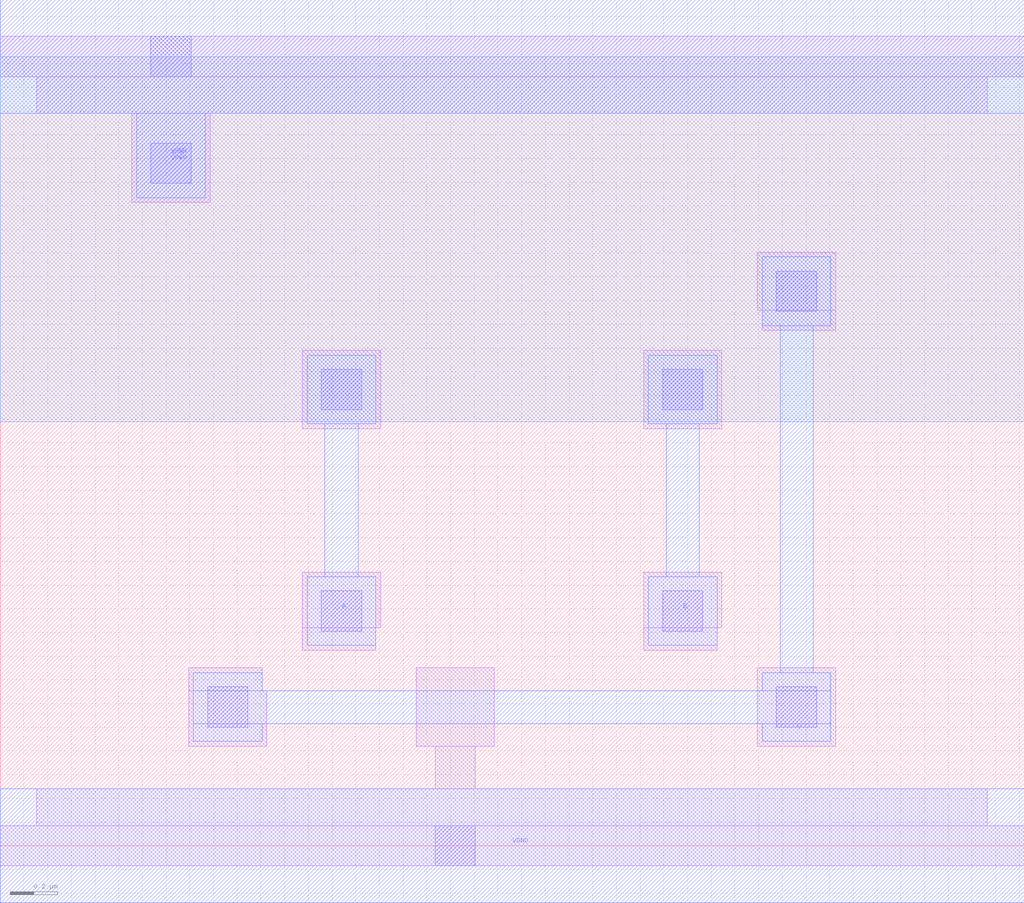
<source format=lef>
VERSION 5.7 ;
  NOWIREEXTENSIONATPIN ON ;
  DIVIDERCHAR "/" ;
  BUSBITCHARS "[]" ;
MACRO NOR2X1
  CLASS CORE ;
  FOREIGN NOR2X1 ;
  ORIGIN 0.000 0.000 ;
  SIZE 4.320 BY 3.330 ;
  SYMMETRY X Y ;
  SITE unit ;
  PIN A
    ANTENNAGATEAREA 0.189000 ;
    PORT
      LAYER met1 ;
        RECT 1.295 1.780 1.585 2.070 ;
        RECT 1.370 1.135 1.510 1.780 ;
        RECT 1.295 0.845 1.585 1.135 ;
    END
  END A
  PIN B
    ANTENNAGATEAREA 0.189000 ;
    PORT
      LAYER met1 ;
        RECT 2.735 1.780 3.025 2.070 ;
        RECT 2.810 1.135 2.950 1.780 ;
        RECT 2.735 0.845 3.025 1.135 ;
    END
  END B
  PIN VGND
    ANTENNADIFFAREA 0.562100 ;
    PORT
      LAYER met1 ;
        RECT 0.000 -0.240 4.320 0.240 ;
    END
    PORT
      LAYER met1 ;
        RECT 0.000 3.090 4.320 3.570 ;
        RECT 0.575 2.735 0.865 3.090 ;
    END
  END VGND
  PIN VPWR
    ANTENNADIFFAREA 0.663600 ;
    PORT
      LAYER li1 ;
        RECT 0.000 3.245 4.320 3.415 ;
        RECT 0.155 3.090 4.165 3.245 ;
        RECT 0.555 2.715 0.885 3.090 ;
      LAYER mcon ;
        RECT 0.635 3.245 0.805 3.415 ;
        RECT 0.635 2.795 0.805 2.965 ;
    END
  END VPWR
  PIN Y
    ANTENNADIFFAREA 1.383750 ;
    PORT
      LAYER met1 ;
        RECT 3.215 2.195 3.505 2.485 ;
        RECT 3.290 0.730 3.430 2.195 ;
        RECT 0.815 0.655 1.105 0.730 ;
        RECT 3.215 0.655 3.505 0.730 ;
        RECT 0.815 0.515 3.505 0.655 ;
        RECT 0.815 0.440 1.105 0.515 ;
        RECT 3.215 0.440 3.505 0.515 ;
    END
  END Y
  OBS
      LAYER nwell ;
        RECT 0.000 1.790 4.320 3.330 ;
      LAYER li1 ;
        RECT 3.195 2.260 3.525 2.505 ;
        RECT 3.215 2.175 3.525 2.260 ;
        RECT 1.275 1.760 1.605 2.090 ;
        RECT 2.715 1.760 3.045 2.090 ;
        RECT 1.275 0.920 1.605 1.155 ;
        RECT 2.715 0.920 3.045 1.155 ;
        RECT 1.275 0.825 1.585 0.920 ;
        RECT 2.715 0.825 3.025 0.920 ;
        RECT 0.795 0.655 1.105 0.750 ;
        RECT 0.795 0.420 1.125 0.655 ;
        RECT 1.755 0.420 2.085 0.750 ;
        RECT 3.195 0.420 3.525 0.750 ;
        RECT 1.835 0.240 2.005 0.420 ;
        RECT 0.155 0.085 4.165 0.240 ;
        RECT 0.000 -0.085 4.320 0.085 ;
      LAYER mcon ;
        RECT 3.275 2.255 3.445 2.425 ;
        RECT 1.355 1.840 1.525 2.010 ;
        RECT 2.795 1.840 2.965 2.010 ;
        RECT 1.355 0.905 1.525 1.075 ;
        RECT 2.795 0.905 2.965 1.075 ;
        RECT 0.875 0.500 1.045 0.670 ;
        RECT 3.275 0.500 3.445 0.670 ;
        RECT 1.835 -0.085 2.005 0.085 ;
  END
END NOR2X1
END LIBRARY


</source>
